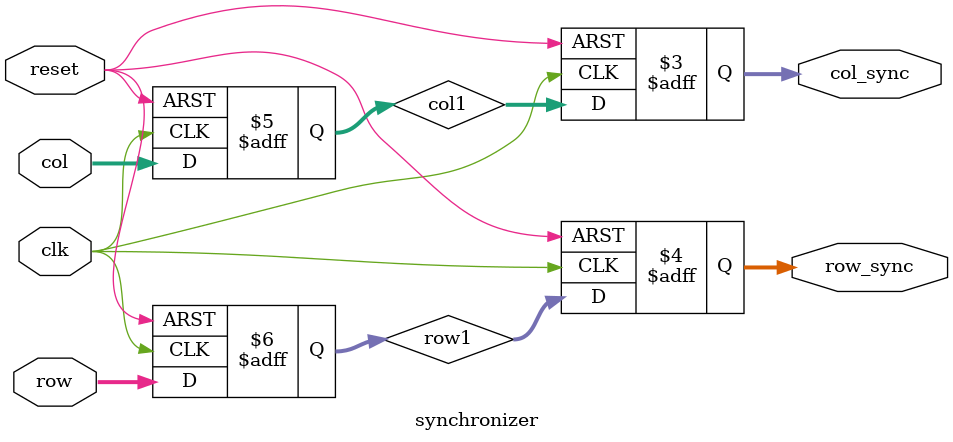
<source format=sv>


module synchronizer(input logic clk, reset, 
					input logic [3:0] row,
					input  logic [3:0] col,
					output logic [3:0] col_sync,
					output logic [3:0] row_sync);					
    logic [3:0] col1;
	logic [3:0] row1;

   always_ff @(posedge clk or negedge reset) begin
        if (~reset) begin
            col1     <= 4'b1111;
            col_sync <= 4'b1111;
			row1     <= 4'b1111;
			row_sync <= 4'b1111;
        end else begin
            col1     <= col;
            col_sync <= col1;
			row1     <= row;
			row_sync <= row1;
        end
    end
	

endmodule 

</source>
